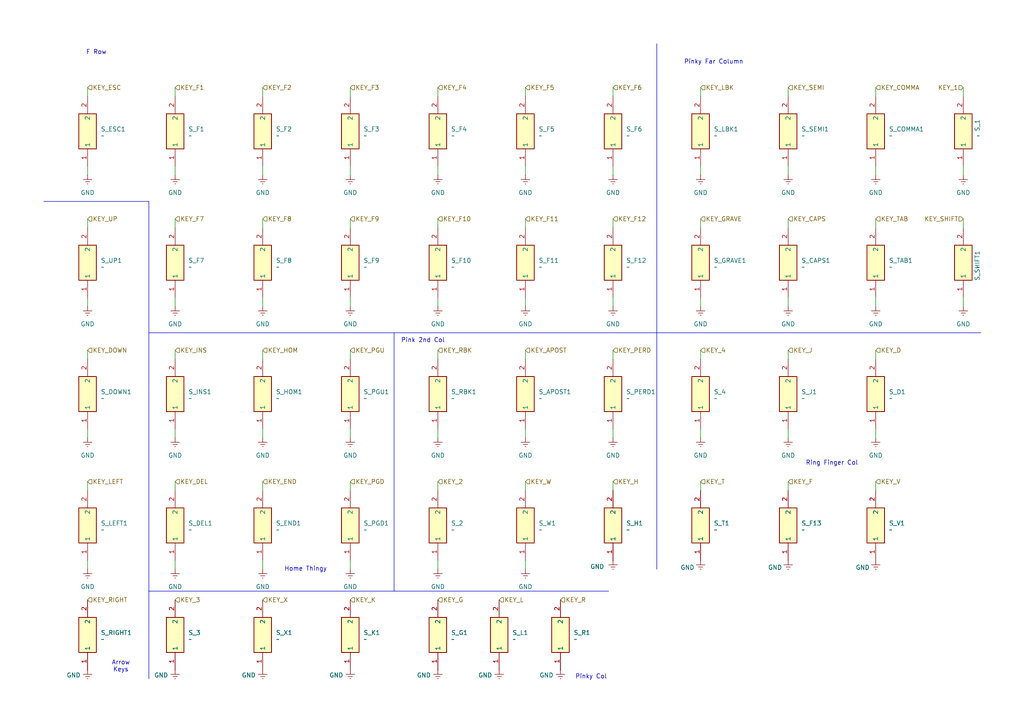
<source format=kicad_sch>
(kicad_sch (version 20231120) (generator "eeschema") (generator_version "8.0")
  (paper "A4")
  (title_block (title "PS-OHK Keyboard Controls") (date "2024-05-21") (rev "1") (company "Polymath-Studio"))
  (wire (pts (xy 228.6 63.5) (xy 228.6 66.04)))
  (wire (pts (xy 203.2 25.4) (xy 203.2 27.94)))
  (wire (pts (xy 50.8 48.26) (xy 50.8 50.8)))
  (wire (pts (xy 25.4 63.5) (xy 25.4 66.04)))
  (wire (pts (xy 254 124.46) (xy 254 127)))
  (wire (pts (xy 25.4 48.26) (xy 25.4 50.8)))
  (wire (pts (xy 254 86.36) (xy 254 88.9)))
  (polyline (pts (xy 190.5 12.7) (xy 190.5 96.52)))
  (wire (pts (xy 101.6 124.46) (xy 101.6 127)))
  (wire (pts (xy 177.8 139.7) (xy 177.8 142.24)))
  (wire (pts (xy 228.6 25.4) (xy 228.6 27.94)))
  (wire (pts (xy 50.8 124.46) (xy 50.8 127)))
  (polyline (pts (xy 43.18 96.52) (xy 190.5 96.52)))
  (wire (pts (xy 127 86.36) (xy 127 88.9)))
  (wire (pts (xy 50.8 101.6) (xy 50.8 104.14)))
  (wire (pts (xy 152.4 162.56) (xy 152.4 165.1)))
  (polyline (pts (xy 43.18 96.52) (xy 43.18 196.85)))
  (wire (pts (xy 25.4 139.7) (xy 25.4 142.24)))
  (wire (pts (xy 76.2 48.26) (xy 76.2 50.8)))
  (wire (pts (xy 279.4 48.26) (xy 279.4 50.8)))
  (wire (pts (xy 203.2 86.36) (xy 203.2 88.9)))
  (wire (pts (xy 228.6 124.46) (xy 228.6 127)))
  (wire (pts (xy 254 63.5) (xy 254 66.04)))
  (wire (pts (xy 50.8 63.5) (xy 50.8 66.04)))
  (wire (pts (xy 152.4 86.36) (xy 152.4 88.9)))
  (wire (pts (xy 203.2 124.46) (xy 203.2 127)))
  (wire (pts (xy 127 48.26) (xy 127 50.8)))
  (wire (pts (xy 254 101.6) (xy 254 104.14)))
  (wire (pts (xy 177.8 101.6) (xy 177.8 104.14)))
  (wire (pts (xy 152.4 63.5) (xy 152.4 66.04)))
  (polyline (pts (xy 43.18 58.42) (xy 43.18 96.52)))
  (wire (pts (xy 25.4 101.6) (xy 25.4 104.14)))
  (wire (pts (xy 101.6 139.7) (xy 101.6 142.24)))
  (wire (pts (xy 25.4 162.56) (xy 25.4 165.1)))
  (wire (pts (xy 254 48.26) (xy 254 50.8)))
  (wire (pts (xy 127 63.5) (xy 127 66.04)))
  (wire (pts (xy 101.6 162.56) (xy 101.6 165.1)))
  (wire (pts (xy 127 139.7) (xy 127 142.24)))
  (wire (pts (xy 50.8 139.7) (xy 50.8 142.24)))
  (wire (pts (xy 152.4 101.6) (xy 152.4 104.14)))
  (wire (pts (xy 177.8 48.26) (xy 177.8 50.8)))
  (wire (pts (xy 25.4 25.4) (xy 25.4 27.94)))
  (wire (pts (xy 50.8 162.56) (xy 50.8 165.1)))
  (wire (pts (xy 279.4 25.4) (xy 279.4 27.94)))
  (wire (pts (xy 254 139.7) (xy 254 142.24)))
  (wire (pts (xy 127 162.56) (xy 127 165.1)))
  (wire (pts (xy 101.6 101.6) (xy 101.6 104.14)))
  (wire (pts (xy 254 25.4) (xy 254 27.94)))
  (wire (pts (xy 76.2 25.4) (xy 76.2 27.94)))
  (wire (pts (xy 203.2 139.7) (xy 203.2 142.24)))
  (wire (pts (xy 76.2 139.7) (xy 76.2 142.24)))
  (wire (pts (xy 152.4 25.4) (xy 152.4 27.94)))
  (wire (pts (xy 101.6 86.36) (xy 101.6 88.9)))
  (wire (pts (xy 177.8 124.46) (xy 177.8 127)))
  (polyline (pts (xy 12.7 58.42) (xy 43.18 58.42)))
  (wire (pts (xy 50.8 25.4) (xy 50.8 27.94)))
  (wire (pts (xy 177.8 25.4) (xy 177.8 27.94)))
  (wire (pts (xy 203.2 63.5) (xy 203.2 66.04)))
  (wire (pts (xy 25.4 124.46) (xy 25.4 127)))
  (wire (pts (xy 279.4 63.5) (xy 279.4 66.04)))
  (wire (pts (xy 152.4 48.26) (xy 152.4 50.8)))
  (wire (pts (xy 228.6 139.7) (xy 228.6 142.24)))
  (wire (pts (xy 25.4 86.36) (xy 25.4 88.9)))
  (wire (pts (xy 101.6 63.5) (xy 101.6 66.04)))
  (wire (pts (xy 127 124.46) (xy 127 127)))
  (wire (pts (xy 203.2 101.6) (xy 203.2 104.14)))
  (wire (pts (xy 279.4 86.36) (xy 279.4 88.9)))
  (wire (pts (xy 101.6 25.4) (xy 101.6 27.94)))
  (wire (pts (xy 228.6 101.6) (xy 228.6 104.14)))
  (polyline (pts (xy 114.3 171.45) (xy 176.53 171.45)))
  (wire (pts (xy 76.2 162.56) (xy 76.2 165.1)))
  (wire (pts (xy 50.8 86.36) (xy 50.8 88.9)))
  (wire (pts (xy 228.6 86.36) (xy 228.6 88.9)))
  (wire (pts (xy 177.8 86.36) (xy 177.8 88.9)))
  (wire (pts (xy 76.2 101.6) (xy 76.2 104.14)))
  (wire (pts (xy 152.4 139.7) (xy 152.4 142.24)))
  (wire (pts (xy 76.2 86.36) (xy 76.2 88.9)))
  (polyline (pts (xy 114.3 171.45) (xy 114.3 96.52)))
  (wire (pts (xy 127 101.6) (xy 127 104.14)))
  (wire (pts (xy 152.4 124.46) (xy 152.4 127)))
  (wire (pts (xy 76.2 124.46) (xy 76.2 127)))
  (polyline (pts (xy 190.5 96.52) (xy 284.48 96.52)))
  (wire (pts (xy 76.2 63.5) (xy 76.2 66.04)))
  (wire (pts (xy 203.2 48.26) (xy 203.2 50.8)))
  (polyline (pts (xy 43.18 171.45) (xy 114.3 171.45)))
  (wire (pts (xy 101.6 48.26) (xy 101.6 50.8)))
  (wire (pts (xy 228.6 48.26) (xy 228.6 50.8)))
  (wire (pts (xy 177.8 63.5) (xy 177.8 66.04)))
  (wire (pts (xy 127 25.4) (xy 127 27.94)))
  (polyline (pts (xy 190.5 96.52) (xy 190.5 165.1)))
  (text "Pink 2nd Col" (at 122.682 98.806 0) (effects (font (size 1.27 1.27))))
  (text "Pinky Far Column" (at 207.01 18.034 0) (effects (font (size 1.27 1.27))))
  (text "Pinky Col" (at 171.45 196.342 0) (effects (font (size 1.27 1.27))))
  (text "Ring Finger Col" (at 241.3 134.366 0) (effects (font (size 1.27 1.27))))
  (text "Arrow\nKeys" (at 35.052 193.294 0) (effects (font (size 1.27 1.27))))
  (text "Home Thingy" (at 88.646 165.1 0) (effects (font (size 1.27 1.27))))
  (text "F Row" (at 27.94 15.24 0) (effects (font (size 1.27 1.27))))
  (hierarchical_label "KEY_F4" (shape input) (at 127 25.4 0))
  (hierarchical_label "KEY_D" (shape input) (at 254 101.6 0))
  (hierarchical_label "KEY_H" (shape input) (at 177.8 139.7 0))
  (hierarchical_label "KEY_LEFT" (shape input) (at 25.4 139.7 0))
  (hierarchical_label "KEY_W" (shape input) (at 152.4 139.7 0))
  (hierarchical_label "KEY_PERD" (shape input) (at 177.8 101.6 0))
  (hierarchical_label "KEY_DOWN" (shape input) (at 25.4 101.6 0))
  (hierarchical_label "KEY_G" (shape input) (at 127 173.99 0))
  (hierarchical_label "KEY_3" (shape input) (at 50.8 173.99 0))
  (hierarchical_label "KEY_F7" (shape input) (at 50.8 63.5 0))
  (hierarchical_label "KEY_K" (shape input) (at 101.6 173.99 0))
  (hierarchical_label "KEY_R" (shape input) (at 162.56 173.99 0))
  (hierarchical_label "KEY_HOM" (shape input) (at 76.2 101.6 0))
  (hierarchical_label "KEY_SEMI" (shape input) (at 228.6 25.4 0))
  (hierarchical_label "KEY_4" (shape input) (at 203.2 101.6 0))
  (hierarchical_label "KEY_F3" (shape input) (at 101.6 25.4 0))
  (hierarchical_label "KEY_ESC" (shape input) (at 25.4 25.4 0))
  (hierarchical_label "KEY_UP" (shape input) (at 25.4 63.5 0))
  (hierarchical_label "KEY_1" (shape input) (at 279.4 25.4 180))
  (hierarchical_label "KEY_COMMA" (shape input) (at 254 25.4 0))
  (hierarchical_label "KEY_F1" (shape input) (at 50.8 25.4 0))
  (hierarchical_label "KEY_APOST" (shape input) (at 152.4 101.6 0))
  (hierarchical_label "KEY_F11" (shape input) (at 152.4 63.5 0))
  (hierarchical_label "KEY_F6" (shape input) (at 177.8 25.4 0))
  (hierarchical_label "KEY_DEL" (shape input) (at 50.8 139.7 0))
  (hierarchical_label "KEY_L" (shape input) (at 144.78 173.99 0))
  (hierarchical_label "KEY_SHIFT" (shape input) (at 279.4 63.5 180))
  (hierarchical_label "KEY_F" (shape input) (at 228.6 139.7 0))
  (hierarchical_label "KEY_V" (shape input) (at 254 139.7 0))
  (hierarchical_label "KEY_T" (shape input) (at 203.2 139.7 0))
  (hierarchical_label "KEY_J" (shape input) (at 228.6 101.6 0))
  (hierarchical_label "KEY_F2" (shape input) (at 76.2 25.4 0))
  (hierarchical_label "KEY_PGU" (shape input) (at 101.6 101.6 0))
  (hierarchical_label "KEY_X" (shape input) (at 76.2 173.99 0))
  (hierarchical_label "KEY_2" (shape input) (at 127 139.7 0))
  (hierarchical_label "KEY_F8" (shape input) (at 76.2 63.5 0))
  (hierarchical_label "KEY_LBK" (shape input) (at 203.2 25.4 0))
  (hierarchical_label "KEY_PGD" (shape input) (at 101.6 139.7 0))
  (hierarchical_label "KEY_TAB" (shape input) (at 254 63.5 0))
  (hierarchical_label "KEY_END" (shape input) (at 76.2 139.7 0))
  (hierarchical_label "KEY_RBK" (shape input) (at 127 101.6 0))
  (hierarchical_label "KEY_RIGHT" (shape input) (at 25.4 173.99 0))
  (hierarchical_label "KEY_CAPS" (shape input) (at 228.6 63.5 0))
  (hierarchical_label "KEY_F5" (shape input) (at 152.4 25.4 0))
  (hierarchical_label "KEY_F9" (shape input) (at 101.6 63.5 0))
  (hierarchical_label "KEY_INS" (shape input) (at 50.8 101.6 0))
  (hierarchical_label "KEY_F12" (shape input) (at 177.8 63.5 0))
  (hierarchical_label "KEY_F10" (shape input) (at 127 63.5 0))
  (hierarchical_label "KEY_GRAVE" (shape input) (at 203.2 63.5 0))
  (symbol (lib_id "power:Earth") (at 127 165.1 0) (unit 1)
    (property "Reference" "#PWR067" (effects (hide yes)))
    (property "Value" "GND" (at 127 170.18 0))
    (property "Description" "Power symbol creates a global label with name \"Earth\"" (effects (hide yes)))
  )
  (symbol (lib_id "power:Earth") (at 101.6 127 0) (unit 1)
    (property "Reference" "#PWR054" (effects (hide yes)))
    (property "Value" "GND" (at 101.6 132.08 0))
    (property "Description" "Power symbol creates a global label with name \"Earth\"" (effects (hide yes)))
  )
  (symbol (lib_id "power:Earth") (at 177.8 162.56 0) (unit 1)
    (property "Reference" "#PWR071" (effects (hide yes)))
    (property "Value" "GND" (at 173.228 164.338 0))
    (property "Description" "Power symbol creates a global label with name \"Earth\"" (effects (hide yes)))
  )
  (symbol (lib_id "power:Earth") (at 127 50.8 0) (unit 1)
    (property "Reference" "#PWR039" (effects (hide yes)))
    (property "Value" "GND" (at 127 55.88 0))
    (property "Description" "Power symbol creates a global label with name \"Earth\"" (effects (hide yes)))
  )
  (symbol (lib_id "power:Earth") (at 177.8 50.8 0) (unit 1)
    (property "Reference" "#PWR041" (effects (hide yes)))
    (property "Value" "GND" (at 177.8 55.88 0))
    (property "Description" "Power symbol creates a global label with name \"Earth\"" (effects (hide yes)))
  )
  (symbol (lib_id "COM-13834:COM-13834") (at 127 104.14 270) (unit 1)
    (property "Reference" "S_RBK1" (at 130.81 113.6649 90) (effects (justify left)))
    (property "Value" "~" (at 130.81 115.57 90) (effects (justify left)))
    (property "Footprint" "COM-13834:COM13834" (effects (hide yes)))
    (property "Datasheet" "https://cdn.sparkfun.com/datasheets/Components/Switches/MX%20Series.pdf" (effects (hide yes)))
    (property "Description" "Pushbutton Switch SPST-NO Keyswitch Through Hole, Standard force, click tactile, PCB mount- MX1A-E1NW" (effects (hide yes)))
    (property "Height" "15.2" (effects (hide yes)))
    (property "Mouser Part Number" "474-COM-13834" (effects (hide yes)))
    (property "Mouser Price/Stock" "https://www.mouser.co.uk/ProductDetail/SparkFun/COM-13834?qs=WyAARYrbSnYlamGcWwdgnQ%3D%3D" (effects (hide yes)))
    (property "Manufacturer_Name" "SparkFun" (effects (hide yes)))
    (property "Manufacturer_Part_Number" "COM-13834" (effects (hide yes)))
  )
  (symbol (lib_id "power:Earth") (at 203.2 162.56 0) (unit 1)
    (property "Reference" "#PWR079" (effects (hide yes)))
    (property "Value" "GND" (at 199.39 164.592 0))
    (property "Description" "Power symbol creates a global label with name \"Earth\"" (effects (hide yes)))
  )
  (symbol (lib_id "COM-13834:COM-13834") (at 25.4 173.99 270) (unit 1)
    (property "Reference" "S_RIGHT1" (at 29.21 183.5149 90) (effects (justify left)))
    (property "Value" "~" (at 29.21 185.42 90) (effects (justify left)))
    (property "Footprint" "COM-13834:COM13834" (effects (hide yes)))
    (property "Datasheet" "https://cdn.sparkfun.com/datasheets/Components/Switches/MX%20Series.pdf" (effects (hide yes)))
    (property "Description" "Pushbutton Switch SPST-NO Keyswitch Through Hole, Standard force, click tactile, PCB mount- MX1A-E1NW" (effects (hide yes)))
    (property "Height" "15.2" (effects (hide yes)))
    (property "Mouser Part Number" "474-COM-13834" (effects (hide yes)))
    (property "Mouser Price/Stock" "https://www.mouser.co.uk/ProductDetail/SparkFun/COM-13834?qs=WyAARYrbSnYlamGcWwdgnQ%3D%3D" (effects (hide yes)))
    (property "Manufacturer_Name" "SparkFun" (effects (hide yes)))
    (property "Manufacturer_Part_Number" "COM-13834" (effects (hide yes)))
  )
  (symbol (lib_id "power:Earth") (at 101.6 88.9 0) (unit 1)
    (property "Reference" "#PWR044" (effects (hide yes)))
    (property "Value" "GND" (at 101.6 93.98 0))
    (property "Description" "Power symbol creates a global label with name \"Earth\"" (effects (hide yes)))
  )
  (symbol (lib_id "COM-13834:COM-13834") (at 177.8 104.14 270) (unit 1)
    (property "Reference" "S_PERD1" (at 181.61 113.6649 90) (effects (justify left)))
    (property "Value" "~" (at 181.61 115.57 90) (effects (justify left)))
    (property "Footprint" "COM-13834:COM13834" (effects (hide yes)))
    (property "Datasheet" "https://cdn.sparkfun.com/datasheets/Components/Switches/MX%20Series.pdf" (effects (hide yes)))
    (property "Description" "Pushbutton Switch SPST-NO Keyswitch Through Hole, Standard force, click tactile, PCB mount- MX1A-E1NW" (effects (hide yes)))
    (property "Height" "15.2" (effects (hide yes)))
    (property "Mouser Part Number" "474-COM-13834" (effects (hide yes)))
    (property "Mouser Price/Stock" "https://www.mouser.co.uk/ProductDetail/SparkFun/COM-13834?qs=WyAARYrbSnYlamGcWwdgnQ%3D%3D" (effects (hide yes)))
    (property "Manufacturer_Name" "SparkFun" (effects (hide yes)))
    (property "Manufacturer_Part_Number" "COM-13834" (effects (hide yes)))
  )
  (symbol (lib_id "power:Earth") (at 25.4 127 0) (unit 1)
    (property "Reference" "#PWR049" (effects (hide yes)))
    (property "Value" "GND" (at 25.4 132.08 0))
    (property "Description" "Power symbol creates a global label with name \"Earth\"" (effects (hide yes)))
  )
  (symbol (lib_id "power:Earth") (at 203.2 88.9 0) (unit 1)
    (property "Reference" "#PWR062" (effects (hide yes)))
    (property "Value" "GND" (at 203.2 93.98 0))
    (property "Description" "Power symbol creates a global label with name \"Earth\"" (effects (hide yes)))
  )
  (symbol (lib_id "power:Earth") (at 101.6 194.31 0) (unit 1)
    (property "Reference" "#PWR074" (effects (hide yes)))
    (property "Value" "GND" (at 97.536 195.834 0))
    (property "Description" "Power symbol creates a global label with name \"Earth\"" (effects (hide yes)))
  )
  (symbol (lib_id "power:Earth") (at 228.6 50.8 0) (unit 1)
    (property "Reference" "#PWR059" (effects (hide yes)))
    (property "Value" "GND" (at 228.6 55.88 0))
    (property "Description" "Power symbol creates a global label with name \"Earth\"" (effects (hide yes)))
  )
  (symbol (lib_id "COM-13834:COM-13834") (at 76.2 142.24 270) (unit 1)
    (property "Reference" "S_END1" (at 80.01 151.7649 90) (effects (justify left)))
    (property "Value" "~" (at 80.01 153.67 90) (effects (justify left)))
    (property "Footprint" "COM-13834:COM13834" (effects (hide yes)))
    (property "Datasheet" "https://cdn.sparkfun.com/datasheets/Components/Switches/MX%20Series.pdf" (effects (hide yes)))
    (property "Description" "Pushbutton Switch SPST-NO Keyswitch Through Hole, Standard force, click tactile, PCB mount- MX1A-E1NW" (effects (hide yes)))
    (property "Height" "15.2" (effects (hide yes)))
    (property "Mouser Part Number" "474-COM-13834" (effects (hide yes)))
    (property "Mouser Price/Stock" "https://www.mouser.co.uk/ProductDetail/SparkFun/COM-13834?qs=WyAARYrbSnYlamGcWwdgnQ%3D%3D" (effects (hide yes)))
    (property "Manufacturer_Name" "SparkFun" (effects (hide yes)))
    (property "Manufacturer_Part_Number" "COM-13834" (effects (hide yes)))
  )
  (symbol (lib_id "power:Earth") (at 203.2 127 0) (unit 1)
    (property "Reference" "#PWR078" (effects (hide yes)))
    (property "Value" "GND" (at 203.2 132.08 0))
    (property "Description" "Power symbol creates a global label with name \"Earth\"" (effects (hide yes)))
  )
  (symbol (lib_id "COM-13834:COM-13834") (at 50.8 66.04 270) (unit 1)
    (property "Reference" "S_F7" (at 54.61 75.5649 90) (effects (justify left)))
    (property "Value" "~" (at 54.61 77.47 90) (effects (justify left)))
    (property "Footprint" "COM-13834:COM13834" (effects (hide yes)))
    (property "Datasheet" "https://cdn.sparkfun.com/datasheets/Components/Switches/MX%20Series.pdf" (effects (hide yes)))
    (property "Description" "Pushbutton Switch SPST-NO Keyswitch Through Hole, Standard force, click tactile, PCB mount- MX1A-E1NW" (effects (hide yes)))
    (property "Height" "15.2" (effects (hide yes)))
    (property "Mouser Part Number" "474-COM-13834" (effects (hide yes)))
    (property "Mouser Price/Stock" "https://www.mouser.co.uk/ProductDetail/SparkFun/COM-13834?qs=WyAARYrbSnYlamGcWwdgnQ%3D%3D" (effects (hide yes)))
    (property "Manufacturer_Name" "SparkFun" (effects (hide yes)))
    (property "Manufacturer_Part_Number" "COM-13834" (effects (hide yes)))
  )
  (symbol (lib_id "power:Earth") (at 254 162.56 0) (unit 1)
    (property "Reference" "#PWR085" (effects (hide yes)))
    (property "Value" "GND" (at 250.19 164.592 0))
    (property "Description" "Power symbol creates a global label with name \"Earth\"" (effects (hide yes)))
  )
  (symbol (lib_id "COM-13834:COM-13834") (at 50.8 142.24 270) (unit 1)
    (property "Reference" "S_DEL1" (at 54.61 151.7649 90) (effects (justify left)))
    (property "Value" "~" (at 54.61 153.67 90) (effects (justify left)))
    (property "Footprint" "COM-13834:COM13834" (effects (hide yes)))
    (property "Datasheet" "https://cdn.sparkfun.com/datasheets/Components/Switches/MX%20Series.pdf" (effects (hide yes)))
    (property "Description" "Pushbutton Switch SPST-NO Keyswitch Through Hole, Standard force, click tactile, PCB mount- MX1A-E1NW" (effects (hide yes)))
    (property "Height" "15.2" (effects (hide yes)))
    (property "Mouser Part Number" "474-COM-13834" (effects (hide yes)))
    (property "Mouser Price/Stock" "https://www.mouser.co.uk/ProductDetail/SparkFun/COM-13834?qs=WyAARYrbSnYlamGcWwdgnQ%3D%3D" (effects (hide yes)))
    (property "Manufacturer_Name" "SparkFun" (effects (hide yes)))
    (property "Manufacturer_Part_Number" "COM-13834" (effects (hide yes)))
  )
  (symbol (lib_id "COM-13834:COM-13834") (at 127 173.99 270) (unit 1)
    (property "Reference" "S_G1" (at 130.81 183.5149 90) (effects (justify left)))
    (property "Value" "~" (at 130.81 185.42 90) (effects (justify left)))
    (property "Footprint" "COM-13834:COM13834" (effects (hide yes)))
    (property "Datasheet" "https://cdn.sparkfun.com/datasheets/Components/Switches/MX%20Series.pdf" (effects (hide yes)))
    (property "Description" "Pushbutton Switch SPST-NO Keyswitch Through Hole, Standard force, click tactile, PCB mount- MX1A-E1NW" (effects (hide yes)))
    (property "Height" "15.2" (effects (hide yes)))
    (property "Mouser Part Number" "474-COM-13834" (effects (hide yes)))
    (property "Mouser Price/Stock" "https://www.mouser.co.uk/ProductDetail/SparkFun/COM-13834?qs=WyAARYrbSnYlamGcWwdgnQ%3D%3D" (effects (hide yes)))
    (property "Manufacturer_Name" "SparkFun" (effects (hide yes)))
    (property "Manufacturer_Part_Number" "COM-13834" (effects (hide yes)))
  )
  (symbol (lib_id "power:Earth") (at 254 50.8 0) (unit 1)
    (property "Reference" "#PWR060" (effects (hide yes)))
    (property "Value" "GND" (at 254 55.88 0))
    (property "Description" "Power symbol creates a global label with name \"Earth\"" (effects (hide yes)))
  )
  (symbol (lib_id "COM-13834:COM-13834") (at 127 27.94 270) (unit 1)
    (property "Reference" "S_F4" (at 130.81 37.4649 90) (effects (justify left)))
    (property "Value" "~" (at 130.81 39.37 90) (effects (justify left)))
    (property "Footprint" "COM-13834:COM13834" (effects (hide yes)))
    (property "Datasheet" "https://cdn.sparkfun.com/datasheets/Components/Switches/MX%20Series.pdf" (effects (hide yes)))
    (property "Description" "Pushbutton Switch SPST-NO Keyswitch Through Hole, Standard force, click tactile, PCB mount- MX1A-E1NW" (effects (hide yes)))
    (property "Height" "15.2" (effects (hide yes)))
    (property "Mouser Part Number" "474-COM-13834" (effects (hide yes)))
    (property "Mouser Price/Stock" "https://www.mouser.co.uk/ProductDetail/SparkFun/COM-13834?qs=WyAARYrbSnYlamGcWwdgnQ%3D%3D" (effects (hide yes)))
    (property "Manufacturer_Name" "SparkFun" (effects (hide yes)))
    (property "Manufacturer_Part_Number" "COM-13834" (effects (hide yes)))
  )
  (symbol (lib_id "power:Earth") (at 279.4 50.8 0) (unit 1)
    (property "Reference" "#PWR061" (effects (hide yes)))
    (property "Value" "GND" (at 279.4 55.88 0))
    (property "Description" "Power symbol creates a global label with name \"Earth\"" (effects (hide yes)))
  )
  (symbol (lib_id "COM-13834:COM-13834") (at 25.4 142.24 270) (unit 1)
    (property "Reference" "S_LEFT1" (at 29.21 151.7649 90) (effects (justify left)))
    (property "Value" "~" (at 29.21 153.67 90) (effects (justify left)))
    (property "Footprint" "COM-13834:COM13834" (effects (hide yes)))
    (property "Datasheet" "https://cdn.sparkfun.com/datasheets/Components/Switches/MX%20Series.pdf" (effects (hide yes)))
    (property "Description" "Pushbutton Switch SPST-NO Keyswitch Through Hole, Standard force, click tactile, PCB mount- MX1A-E1NW" (effects (hide yes)))
    (property "Height" "15.2" (effects (hide yes)))
    (property "Mouser Part Number" "474-COM-13834" (effects (hide yes)))
    (property "Mouser Price/Stock" "https://www.mouser.co.uk/ProductDetail/SparkFun/COM-13834?qs=WyAARYrbSnYlamGcWwdgnQ%3D%3D" (effects (hide yes)))
    (property "Manufacturer_Name" "SparkFun" (effects (hide yes)))
    (property "Manufacturer_Part_Number" "COM-13834" (effects (hide yes)))
  )
  (symbol (lib_id "power:Earth") (at 177.8 127 0) (unit 1)
    (property "Reference" "#PWR070" (effects (hide yes)))
    (property "Value" "GND" (at 177.8 132.08 0))
    (property "Description" "Power symbol creates a global label with name \"Earth\"" (effects (hide yes)))
  )
  (symbol (lib_id "power:Earth") (at 76.2 88.9 0) (unit 1)
    (property "Reference" "#PWR043" (effects (hide yes)))
    (property "Value" "GND" (at 76.2 93.98 0))
    (property "Description" "Power symbol creates a global label with name \"Earth\"" (effects (hide yes)))
  )
  (symbol (lib_id "COM-13834:COM-13834") (at 203.2 142.24 270) (unit 1)
    (property "Reference" "S_T1" (at 207.01 151.7649 90) (effects (justify left)))
    (property "Value" "~" (at 207.01 153.67 90) (effects (justify left)))
    (property "Footprint" "COM-13834:COM13834" (effects (hide yes)))
    (property "Datasheet" "https://cdn.sparkfun.com/datasheets/Components/Switches/MX%20Series.pdf" (effects (hide yes)))
    (property "Description" "Pushbutton Switch SPST-NO Keyswitch Through Hole, Standard force, click tactile, PCB mount- MX1A-E1NW" (effects (hide yes)))
    (property "Height" "15.2" (effects (hide yes)))
    (property "Mouser Part Number" "474-COM-13834" (effects (hide yes)))
    (property "Mouser Price/Stock" "https://www.mouser.co.uk/ProductDetail/SparkFun/COM-13834?qs=WyAARYrbSnYlamGcWwdgnQ%3D%3D" (effects (hide yes)))
    (property "Manufacturer_Name" "SparkFun" (effects (hide yes)))
    (property "Manufacturer_Part_Number" "COM-13834" (effects (hide yes)))
  )
  (symbol (lib_id "power:Earth") (at 25.4 194.31 0) (unit 1)
    (property "Reference" "#PWR051" (effects (hide yes)))
    (property "Value" "GND" (at 21.336 195.834 0))
    (property "Description" "Power symbol creates a global label with name \"Earth\"" (effects (hide yes)))
  )
  (symbol (lib_id "power:Earth") (at 25.4 50.8 0) (unit 1)
    (property "Reference" "#PWR023" (effects (hide yes)))
    (property "Value" "GND" (at 25.4 55.88 0))
    (property "Description" "Power symbol creates a global label with name \"Earth\"" (effects (hide yes)))
  )
  (symbol (lib_id "COM-13834:COM-13834") (at 76.2 104.14 270) (unit 1)
    (property "Reference" "S_HOM1" (at 80.01 113.6649 90) (effects (justify left)))
    (property "Value" "~" (at 80.01 115.57 90) (effects (justify left)))
    (property "Footprint" "COM-13834:COM13834" (effects (hide yes)))
    (property "Datasheet" "https://cdn.sparkfun.com/datasheets/Components/Switches/MX%20Series.pdf" (effects (hide yes)))
    (property "Description" "Pushbutton Switch SPST-NO Keyswitch Through Hole, Standard force, click tactile, PCB mount- MX1A-E1NW" (effects (hide yes)))
    (property "Height" "15.2" (effects (hide yes)))
    (property "Mouser Part Number" "474-COM-13834" (effects (hide yes)))
    (property "Mouser Price/Stock" "https://www.mouser.co.uk/ProductDetail/SparkFun/COM-13834?qs=WyAARYrbSnYlamGcWwdgnQ%3D%3D" (effects (hide yes)))
    (property "Manufacturer_Name" "SparkFun" (effects (hide yes)))
    (property "Manufacturer_Part_Number" "COM-13834" (effects (hide yes)))
  )
  (symbol (lib_id "power:Earth") (at 144.78 194.31 0) (unit 1)
    (property "Reference" "#PWR076" (effects (hide yes)))
    (property "Value" "GND" (at 140.716 195.834 0))
    (property "Description" "Power symbol creates a global label with name \"Earth\"" (effects (hide yes)))
  )
  (symbol (lib_id "COM-13834:COM-13834") (at 279.4 66.04 270) (unit 1)
    (property "Reference" "S_SHIFT1" (at 283.464 72.644 0) (effects (justify left)))
    (property "Value" "~" (at 283.21 77.47 90) (effects (justify left)))
    (property "Footprint" "COM-13834:COM13834" (effects (hide yes)))
    (property "Datasheet" "https://cdn.sparkfun.com/datasheets/Components/Switches/MX%20Series.pdf" (effects (hide yes)))
    (property "Description" "Pushbutton Switch SPST-NO Keyswitch Through Hole, Standard force, click tactile, PCB mount- MX1A-E1NW" (effects (hide yes)))
    (property "Height" "15.2" (effects (hide yes)))
    (property "Mouser Part Number" "474-COM-13834" (effects (hide yes)))
    (property "Mouser Price/Stock" "https://www.mouser.co.uk/ProductDetail/SparkFun/COM-13834?qs=WyAARYrbSnYlamGcWwdgnQ%3D%3D" (effects (hide yes)))
    (property "Manufacturer_Name" "SparkFun" (effects (hide yes)))
    (property "Manufacturer_Part_Number" "COM-13834" (effects (hide yes)))
  )
  (symbol (lib_id "power:Earth") (at 228.6 162.56 0) (unit 1)
    (property "Reference" "#PWR084" (effects (hide yes)))
    (property "Value" "GND" (at 224.79 164.592 0))
    (property "Description" "Power symbol creates a global label with name \"Earth\"" (effects (hide yes)))
  )
  (symbol (lib_id "COM-13834:COM-13834") (at 127 142.24 270) (unit 1)
    (property "Reference" "S_2" (at 130.81 151.7649 90) (effects (justify left)))
    (property "Value" "~" (at 130.81 153.67 90) (effects (justify left)))
    (property "Footprint" "COM-13834:COM13834" (effects (hide yes)))
    (property "Datasheet" "https://cdn.sparkfun.com/datasheets/Components/Switches/MX%20Series.pdf" (effects (hide yes)))
    (property "Description" "Pushbutton Switch SPST-NO Keyswitch Through Hole, Standard force, click tactile, PCB mount- MX1A-E1NW" (effects (hide yes)))
    (property "Height" "15.2" (effects (hide yes)))
    (property "Mouser Part Number" "474-COM-13834" (effects (hide yes)))
    (property "Mouser Price/Stock" "https://www.mouser.co.uk/ProductDetail/SparkFun/COM-13834?qs=WyAARYrbSnYlamGcWwdgnQ%3D%3D" (effects (hide yes)))
    (property "Manufacturer_Name" "SparkFun" (effects (hide yes)))
    (property "Manufacturer_Part_Number" "COM-13834" (effects (hide yes)))
  )
  (symbol (lib_id "COM-13834:COM-13834") (at 254 142.24 270) (unit 1)
    (property "Reference" "S_V1" (at 257.81 151.7649 90) (effects (justify left)))
    (property "Value" "~" (at 257.81 153.67 90) (effects (justify left)))
    (property "Footprint" "COM-13834:COM13834" (effects (hide yes)))
    (property "Datasheet" "https://cdn.sparkfun.com/datasheets/Components/Switches/MX%20Series.pdf" (effects (hide yes)))
    (property "Description" "Pushbutton Switch SPST-NO Keyswitch Through Hole, Standard force, click tactile, PCB mount- MX1A-E1NW" (effects (hide yes)))
    (property "Height" "15.2" (effects (hide yes)))
    (property "Mouser Part Number" "474-COM-13834" (effects (hide yes)))
    (property "Mouser Price/Stock" "https://www.mouser.co.uk/ProductDetail/SparkFun/COM-13834?qs=WyAARYrbSnYlamGcWwdgnQ%3D%3D" (effects (hide yes)))
    (property "Manufacturer_Name" "SparkFun" (effects (hide yes)))
    (property "Manufacturer_Part_Number" "COM-13834" (effects (hide yes)))
  )
  (symbol (lib_id "power:Earth") (at 76.2 194.31 0) (unit 1)
    (property "Reference" "#PWR073" (effects (hide yes)))
    (property "Value" "GND" (at 72.136 195.834 0))
    (property "Description" "Power symbol creates a global label with name \"Earth\"" (effects (hide yes)))
  )
  (symbol (lib_id "COM-13834:COM-13834") (at 228.6 142.24 270) (unit 1)
    (property "Reference" "S_F13" (at 232.41 151.7649 90) (effects (justify left)))
    (property "Value" "~" (at 232.41 153.67 90) (effects (justify left)))
    (property "Footprint" "COM-13834:COM13834" (effects (hide yes)))
    (property "Datasheet" "https://cdn.sparkfun.com/datasheets/Components/Switches/MX%20Series.pdf" (effects (hide yes)))
    (property "Description" "Pushbutton Switch SPST-NO Keyswitch Through Hole, Standard force, click tactile, PCB mount- MX1A-E1NW" (effects (hide yes)))
    (property "Height" "15.2" (effects (hide yes)))
    (property "Mouser Part Number" "474-COM-13834" (effects (hide yes)))
    (property "Mouser Price/Stock" "https://www.mouser.co.uk/ProductDetail/SparkFun/COM-13834?qs=WyAARYrbSnYlamGcWwdgnQ%3D%3D" (effects (hide yes)))
    (property "Manufacturer_Name" "SparkFun" (effects (hide yes)))
    (property "Manufacturer_Part_Number" "COM-13834" (effects (hide yes)))
  )
  (symbol (lib_id "power:Earth") (at 50.8 165.1 0) (unit 1)
    (property "Reference" "#PWR055" (effects (hide yes)))
    (property "Value" "GND" (at 50.8 170.18 0))
    (property "Description" "Power symbol creates a global label with name \"Earth\"" (effects (hide yes)))
  )
  (symbol (lib_id "power:Earth") (at 279.4 88.9 0) (unit 1)
    (property "Reference" "#PWR065" (effects (hide yes)))
    (property "Value" "GND" (at 279.4 93.98 0))
    (property "Description" "Power symbol creates a global label with name \"Earth\"" (effects (hide yes)))
  )
  (symbol (lib_id "power:Earth") (at 50.8 127 0) (unit 1)
    (property "Reference" "#PWR052" (effects (hide yes)))
    (property "Value" "GND" (at 50.8 132.08 0))
    (property "Description" "Power symbol creates a global label with name \"Earth\"" (effects (hide yes)))
  )
  (symbol (lib_id "COM-13834:COM-13834") (at 101.6 142.24 270) (unit 1)
    (property "Reference" "S_PGD1" (at 105.41 151.7649 90) (effects (justify left)))
    (property "Value" "~" (at 105.41 153.67 90) (effects (justify left)))
    (property "Footprint" "COM-13834:COM13834" (effects (hide yes)))
    (property "Datasheet" "https://cdn.sparkfun.com/datasheets/Components/Switches/MX%20Series.pdf" (effects (hide yes)))
    (property "Description" "Pushbutton Switch SPST-NO Keyswitch Through Hole, Standard force, click tactile, PCB mount- MX1A-E1NW" (effects (hide yes)))
    (property "Height" "15.2" (effects (hide yes)))
    (property "Mouser Part Number" "474-COM-13834" (effects (hide yes)))
    (property "Mouser Price/Stock" "https://www.mouser.co.uk/ProductDetail/SparkFun/COM-13834?qs=WyAARYrbSnYlamGcWwdgnQ%3D%3D" (effects (hide yes)))
    (property "Manufacturer_Name" "SparkFun" (effects (hide yes)))
    (property "Manufacturer_Part_Number" "COM-13834" (effects (hide yes)))
  )
  (symbol (lib_id "COM-13834:COM-13834") (at 25.4 66.04 270) (unit 1)
    (property "Reference" "S_UP1" (at 29.21 75.5649 90) (effects (justify left)))
    (property "Value" "~" (at 29.21 77.47 90) (effects (justify left)))
    (property "Footprint" "COM-13834:COM13834" (effects (hide yes)))
    (property "Datasheet" "https://cdn.sparkfun.com/datasheets/Components/Switches/MX%20Series.pdf" (effects (hide yes)))
    (property "Description" "Pushbutton Switch SPST-NO Keyswitch Through Hole, Standard force, click tactile, PCB mount- MX1A-E1NW" (effects (hide yes)))
    (property "Height" "15.2" (effects (hide yes)))
    (property "Mouser Part Number" "474-COM-13834" (effects (hide yes)))
    (property "Mouser Price/Stock" "https://www.mouser.co.uk/ProductDetail/SparkFun/COM-13834?qs=WyAARYrbSnYlamGcWwdgnQ%3D%3D" (effects (hide yes)))
    (property "Manufacturer_Name" "SparkFun" (effects (hide yes)))
    (property "Manufacturer_Part_Number" "COM-13834" (effects (hide yes)))
  )
  (symbol (lib_id "COM-13834:COM-13834") (at 162.56 173.99 270) (unit 1)
    (property "Reference" "S_R1" (at 166.37 183.5149 90) (effects (justify left)))
    (property "Value" "~" (at 166.37 185.42 90) (effects (justify left)))
    (property "Footprint" "COM-13834:COM13834" (effects (hide yes)))
    (property "Datasheet" "https://cdn.sparkfun.com/datasheets/Components/Switches/MX%20Series.pdf" (effects (hide yes)))
    (property "Description" "Pushbutton Switch SPST-NO Keyswitch Through Hole, Standard force, click tactile, PCB mount- MX1A-E1NW" (effects (hide yes)))
    (property "Height" "15.2" (effects (hide yes)))
    (property "Mouser Part Number" "474-COM-13834" (effects (hide yes)))
    (property "Mouser Price/Stock" "https://www.mouser.co.uk/ProductDetail/SparkFun/COM-13834?qs=WyAARYrbSnYlamGcWwdgnQ%3D%3D" (effects (hide yes)))
    (property "Manufacturer_Name" "SparkFun" (effects (hide yes)))
    (property "Manufacturer_Part_Number" "COM-13834" (effects (hide yes)))
  )
  (symbol (lib_id "COM-13834:COM-13834") (at 76.2 27.94 270) (unit 1)
    (property "Reference" "S_F2" (at 80.01 37.4649 90) (effects (justify left)))
    (property "Value" "~" (at 80.01 39.37 90) (effects (justify left)))
    (property "Footprint" "COM-13834:COM13834" (effects (hide yes)))
    (property "Datasheet" "https://cdn.sparkfun.com/datasheets/Components/Switches/MX%20Series.pdf" (effects (hide yes)))
    (property "Description" "Pushbutton Switch SPST-NO Keyswitch Through Hole, Standard force, click tactile, PCB mount- MX1A-E1NW" (effects (hide yes)))
    (property "Height" "15.2" (effects (hide yes)))
    (property "Mouser Part Number" "474-COM-13834" (effects (hide yes)))
    (property "Mouser Price/Stock" "https://www.mouser.co.uk/ProductDetail/SparkFun/COM-13834?qs=WyAARYrbSnYlamGcWwdgnQ%3D%3D" (effects (hide yes)))
    (property "Manufacturer_Name" "SparkFun" (effects (hide yes)))
    (property "Manufacturer_Part_Number" "COM-13834" (effects (hide yes)))
  )
  (symbol (lib_id "COM-13834:COM-13834") (at 25.4 104.14 270) (unit 1)
    (property "Reference" "S_DOWN1" (at 29.21 113.6649 90) (effects (justify left)))
    (property "Value" "~" (at 29.21 115.57 90) (effects (justify left)))
    (property "Footprint" "COM-13834:COM13834" (effects (hide yes)))
    (property "Datasheet" "https://cdn.sparkfun.com/datasheets/Components/Switches/MX%20Series.pdf" (effects (hide yes)))
    (property "Description" "Pushbutton Switch SPST-NO Keyswitch Through Hole, Standard force, click tactile, PCB mount- MX1A-E1NW" (effects (hide yes)))
    (property "Height" "15.2" (effects (hide yes)))
    (property "Mouser Part Number" "474-COM-13834" (effects (hide yes)))
    (property "Mouser Price/Stock" "https://www.mouser.co.uk/ProductDetail/SparkFun/COM-13834?qs=WyAARYrbSnYlamGcWwdgnQ%3D%3D" (effects (hide yes)))
    (property "Manufacturer_Name" "SparkFun" (effects (hide yes)))
    (property "Manufacturer_Part_Number" "COM-13834" (effects (hide yes)))
  )
  (symbol (lib_id "COM-13834:COM-13834") (at 203.2 104.14 270) (unit 1)
    (property "Reference" "S_4" (at 207.01 113.6649 90) (effects (justify left)))
    (property "Value" "~" (at 207.01 115.57 90) (effects (justify left)))
    (property "Footprint" "COM-13834:COM13834" (effects (hide yes)))
    (property "Datasheet" "https://cdn.sparkfun.com/datasheets/Components/Switches/MX%20Series.pdf" (effects (hide yes)))
    (property "Description" "Pushbutton Switch SPST-NO Keyswitch Through Hole, Standard force, click tactile, PCB mount- MX1A-E1NW" (effects (hide yes)))
    (property "Height" "15.2" (effects (hide yes)))
    (property "Mouser Part Number" "474-COM-13834" (effects (hide yes)))
    (property "Mouser Price/Stock" "https://www.mouser.co.uk/ProductDetail/SparkFun/COM-13834?qs=WyAARYrbSnYlamGcWwdgnQ%3D%3D" (effects (hide yes)))
    (property "Manufacturer_Name" "SparkFun" (effects (hide yes)))
    (property "Manufacturer_Part_Number" "COM-13834" (effects (hide yes)))
  )
  (symbol (lib_id "COM-13834:COM-13834") (at 25.4 27.94 270) (unit 1)
    (property "Reference" "S_ESC1" (at 29.21 37.4649 90) (effects (justify left)))
    (property "Value" "~" (at 29.21 39.37 90) (effects (justify left)))
    (property "Footprint" "COM-13834:COM13834" (effects (hide yes)))
    (property "Datasheet" "https://cdn.sparkfun.com/datasheets/Components/Switches/MX%20Series.pdf" (effects (hide yes)))
    (property "Description" "Pushbutton Switch SPST-NO Keyswitch Through Hole, Standard force, click tactile, PCB mount- MX1A-E1NW" (effects (hide yes)))
    (property "Height" "15.2" (effects (hide yes)))
    (property "Mouser Part Number" "474-COM-13834" (effects (hide yes)))
    (property "Mouser Price/Stock" "https://www.mouser.co.uk/ProductDetail/SparkFun/COM-13834?qs=WyAARYrbSnYlamGcWwdgnQ%3D%3D" (effects (hide yes)))
    (property "Manufacturer_Name" "SparkFun" (effects (hide yes)))
    (property "Manufacturer_Part_Number" "COM-13834" (effects (hide yes)))
  )
  (symbol (lib_id "COM-13834:COM-13834") (at 254 66.04 270) (unit 1)
    (property "Reference" "S_TAB1" (at 257.81 75.5649 90) (effects (justify left)))
    (property "Value" "~" (at 257.81 77.47 90) (effects (justify left)))
    (property "Footprint" "COM-13834:COM13834" (effects (hide yes)))
    (property "Datasheet" "https://cdn.sparkfun.com/datasheets/Components/Switches/MX%20Series.pdf" (effects (hide yes)))
    (property "Description" "Pushbutton Switch SPST-NO Keyswitch Through Hole, Standard force, click tactile, PCB mount- MX1A-E1NW" (effects (hide yes)))
    (property "Height" "15.2" (effects (hide yes)))
    (property "Mouser Part Number" "474-COM-13834" (effects (hide yes)))
    (property "Mouser Price/Stock" "https://www.mouser.co.uk/ProductDetail/SparkFun/COM-13834?qs=WyAARYrbSnYlamGcWwdgnQ%3D%3D" (effects (hide yes)))
    (property "Manufacturer_Name" "SparkFun" (effects (hide yes)))
    (property "Manufacturer_Part_Number" "COM-13834" (effects (hide yes)))
  )
  (symbol (lib_id "COM-13834:COM-13834") (at 152.4 142.24 270) (unit 1)
    (property "Reference" "S_W1" (at 156.21 151.7649 90) (effects (justify left)))
    (property "Value" "~" (at 156.21 153.67 90) (effects (justify left)))
    (property "Footprint" "COM-13834:COM13834" (effects (hide yes)))
    (property "Datasheet" "https://cdn.sparkfun.com/datasheets/Components/Switches/MX%20Series.pdf" (effects (hide yes)))
    (property "Description" "Pushbutton Switch SPST-NO Keyswitch Through Hole, Standard force, click tactile, PCB mount- MX1A-E1NW" (effects (hide yes)))
    (property "Height" "15.2" (effects (hide yes)))
    (property "Mouser Part Number" "474-COM-13834" (effects (hide yes)))
    (property "Mouser Price/Stock" "https://www.mouser.co.uk/ProductDetail/SparkFun/COM-13834?qs=WyAARYrbSnYlamGcWwdgnQ%3D%3D" (effects (hide yes)))
    (property "Manufacturer_Name" "SparkFun" (effects (hide yes)))
    (property "Manufacturer_Part_Number" "COM-13834" (effects (hide yes)))
  )
  (symbol (lib_id "COM-13834:COM-13834") (at 101.6 173.99 270) (unit 1)
    (property "Reference" "S_K1" (at 105.41 183.5149 90) (effects (justify left)))
    (property "Value" "~" (at 105.41 185.42 90) (effects (justify left)))
    (property "Footprint" "COM-13834:COM13834" (effects (hide yes)))
    (property "Datasheet" "https://cdn.sparkfun.com/datasheets/Components/Switches/MX%20Series.pdf" (effects (hide yes)))
    (property "Description" "Pushbutton Switch SPST-NO Keyswitch Through Hole, Standard force, click tactile, PCB mount- MX1A-E1NW" (effects (hide yes)))
    (property "Height" "15.2" (effects (hide yes)))
    (property "Mouser Part Number" "474-COM-13834" (effects (hide yes)))
    (property "Mouser Price/Stock" "https://www.mouser.co.uk/ProductDetail/SparkFun/COM-13834?qs=WyAARYrbSnYlamGcWwdgnQ%3D%3D" (effects (hide yes)))
    (property "Manufacturer_Name" "SparkFun" (effects (hide yes)))
    (property "Manufacturer_Part_Number" "COM-13834" (effects (hide yes)))
  )
  (symbol (lib_id "COM-13834:COM-13834") (at 76.2 173.99 270) (unit 1)
    (property "Reference" "S_X1" (at 80.01 183.5149 90) (effects (justify left)))
    (property "Value" "~" (at 80.01 185.42 90) (effects (justify left)))
    (property "Footprint" "COM-13834:COM13834" (effects (hide yes)))
    (property "Datasheet" "https://cdn.sparkfun.com/datasheets/Components/Switches/MX%20Series.pdf" (effects (hide yes)))
    (property "Description" "Pushbutton Switch SPST-NO Keyswitch Through Hole, Standard force, click tactile, PCB mount- MX1A-E1NW" (effects (hide yes)))
    (property "Height" "15.2" (effects (hide yes)))
    (property "Mouser Part Number" "474-COM-13834" (effects (hide yes)))
    (property "Mouser Price/Stock" "https://www.mouser.co.uk/ProductDetail/SparkFun/COM-13834?qs=WyAARYrbSnYlamGcWwdgnQ%3D%3D" (effects (hide yes)))
    (property "Manufacturer_Name" "SparkFun" (effects (hide yes)))
    (property "Manufacturer_Part_Number" "COM-13834" (effects (hide yes)))
  )
  (symbol (lib_id "power:Earth") (at 25.4 88.9 0) (unit 1)
    (property "Reference" "#PWR048" (effects (hide yes)))
    (property "Value" "GND" (at 25.4 93.98 0))
    (property "Description" "Power symbol creates a global label with name \"Earth\"" (effects (hide yes)))
  )
  (symbol (lib_id "COM-13834:COM-13834") (at 203.2 66.04 270) (unit 1)
    (property "Reference" "S_GRAVE1" (at 207.01 75.5649 90) (effects (justify left)))
    (property "Value" "~" (at 207.01 77.47 90) (effects (justify left)))
    (property "Footprint" "COM-13834:COM13834" (effects (hide yes)))
    (property "Datasheet" "https://cdn.sparkfun.com/datasheets/Components/Switches/MX%20Series.pdf" (effects (hide yes)))
    (property "Description" "Pushbutton Switch SPST-NO Keyswitch Through Hole, Standard force, click tactile, PCB mount- MX1A-E1NW" (effects (hide yes)))
    (property "Height" "15.2" (effects (hide yes)))
    (property "Mouser Part Number" "474-COM-13834" (effects (hide yes)))
    (property "Mouser Price/Stock" "https://www.mouser.co.uk/ProductDetail/SparkFun/COM-13834?qs=WyAARYrbSnYlamGcWwdgnQ%3D%3D" (effects (hide yes)))
    (property "Manufacturer_Name" "SparkFun" (effects (hide yes)))
    (property "Manufacturer_Part_Number" "COM-13834" (effects (hide yes)))
  )
  (symbol (lib_id "power:Earth") (at 76.2 165.1 0) (unit 1)
    (property "Reference" "#PWR056" (effects (hide yes)))
    (property "Value" "GND" (at 76.2 170.18 0))
    (property "Description" "Power symbol creates a global label with name \"Earth\"" (effects (hide yes)))
  )
  (symbol (lib_id "power:Earth") (at 152.4 50.8 0) (unit 1)
    (property "Reference" "#PWR040" (effects (hide yes)))
    (property "Value" "GND" (at 152.4 55.88 0))
    (property "Description" "Power symbol creates a global label with name \"Earth\"" (effects (hide yes)))
  )
  (symbol (lib_id "power:Earth") (at 177.8 88.9 0) (unit 1)
    (property "Reference" "#PWR047" (effects (hide yes)))
    (property "Value" "GND" (at 177.8 93.98 0))
    (property "Description" "Power symbol creates a global label with name \"Earth\"" (effects (hide yes)))
  )
  (symbol (lib_id "power:Earth") (at 228.6 127 0) (unit 1)
    (property "Reference" "#PWR080" (effects (hide yes)))
    (property "Value" "GND" (at 228.6 132.08 0))
    (property "Description" "Power symbol creates a global label with name \"Earth\"" (effects (hide yes)))
  )
  (symbol (lib_id "power:Earth") (at 162.56 194.31 0) (unit 1)
    (property "Reference" "#PWR077" (effects (hide yes)))
    (property "Value" "GND" (at 158.496 195.834 0))
    (property "Description" "Power symbol creates a global label with name \"Earth\"" (effects (hide yes)))
  )
  (symbol (lib_id "COM-13834:COM-13834") (at 152.4 66.04 270) (unit 1)
    (property "Reference" "S_F11" (at 156.21 75.5649 90) (effects (justify left)))
    (property "Value" "~" (at 156.21 77.47 90) (effects (justify left)))
    (property "Footprint" "COM-13834:COM13834" (effects (hide yes)))
    (property "Datasheet" "https://cdn.sparkfun.com/datasheets/Components/Switches/MX%20Series.pdf" (effects (hide yes)))
    (property "Description" "Pushbutton Switch SPST-NO Keyswitch Through Hole, Standard force, click tactile, PCB mount- MX1A-E1NW" (effects (hide yes)))
    (property "Height" "15.2" (effects (hide yes)))
    (property "Mouser Part Number" "474-COM-13834" (effects (hide yes)))
    (property "Mouser Price/Stock" "https://www.mouser.co.uk/ProductDetail/SparkFun/COM-13834?qs=WyAARYrbSnYlamGcWwdgnQ%3D%3D" (effects (hide yes)))
    (property "Manufacturer_Name" "SparkFun" (effects (hide yes)))
    (property "Manufacturer_Part_Number" "COM-13834" (effects (hide yes)))
  )
  (symbol (lib_id "power:Earth") (at 228.6 88.9 0) (unit 1)
    (property "Reference" "#PWR063" (effects (hide yes)))
    (property "Value" "GND" (at 228.6 93.98 0))
    (property "Description" "Power symbol creates a global label with name \"Earth\"" (effects (hide yes)))
  )
  (symbol (lib_id "power:Earth") (at 127 194.31 0) (unit 1)
    (property "Reference" "#PWR075" (effects (hide yes)))
    (property "Value" "GND" (at 122.936 195.834 0))
    (property "Description" "Power symbol creates a global label with name \"Earth\"" (effects (hide yes)))
  )
  (symbol (lib_id "COM-13834:COM-13834") (at 152.4 27.94 270) (unit 1)
    (property "Reference" "S_F5" (at 156.21 37.4649 90) (effects (justify left)))
    (property "Value" "~" (at 156.21 39.37 90) (effects (justify left)))
    (property "Footprint" "COM-13834:COM13834" (effects (hide yes)))
    (property "Datasheet" "https://cdn.sparkfun.com/datasheets/Components/Switches/MX%20Series.pdf" (effects (hide yes)))
    (property "Description" "Pushbutton Switch SPST-NO Keyswitch Through Hole, Standard force, click tactile, PCB mount- MX1A-E1NW" (effects (hide yes)))
    (property "Height" "15.2" (effects (hide yes)))
    (property "Mouser Part Number" "474-COM-13834" (effects (hide yes)))
    (property "Mouser Price/Stock" "https://www.mouser.co.uk/ProductDetail/SparkFun/COM-13834?qs=WyAARYrbSnYlamGcWwdgnQ%3D%3D" (effects (hide yes)))
    (property "Manufacturer_Name" "SparkFun" (effects (hide yes)))
    (property "Manufacturer_Part_Number" "COM-13834" (effects (hide yes)))
  )
  (symbol (lib_id "COM-13834:COM-13834") (at 50.8 173.99 270) (unit 1)
    (property "Reference" "S_3" (at 54.61 183.5149 90) (effects (justify left)))
    (property "Value" "~" (at 54.61 185.42 90) (effects (justify left)))
    (property "Footprint" "COM-13834:COM13834" (effects (hide yes)))
    (property "Datasheet" "https://cdn.sparkfun.com/datasheets/Components/Switches/MX%20Series.pdf" (effects (hide yes)))
    (property "Description" "Pushbutton Switch SPST-NO Keyswitch Through Hole, Standard force, click tactile, PCB mount- MX1A-E1NW" (effects (hide yes)))
    (property "Height" "15.2" (effects (hide yes)))
    (property "Mouser Part Number" "474-COM-13834" (effects (hide yes)))
    (property "Mouser Price/Stock" "https://www.mouser.co.uk/ProductDetail/SparkFun/COM-13834?qs=WyAARYrbSnYlamGcWwdgnQ%3D%3D" (effects (hide yes)))
    (property "Manufacturer_Name" "SparkFun" (effects (hide yes)))
    (property "Manufacturer_Part_Number" "COM-13834" (effects (hide yes)))
  )
  (symbol (lib_id "power:Earth") (at 152.4 88.9 0) (unit 1)
    (property "Reference" "#PWR046" (effects (hide yes)))
    (property "Value" "GND" (at 152.4 93.98 0))
    (property "Description" "Power symbol creates a global label with name \"Earth\"" (effects (hide yes)))
  )
  (symbol (lib_id "power:Earth") (at 254 127 0) (unit 1)
    (property "Reference" "#PWR082" (effects (hide yes)))
    (property "Value" "GND" (at 254 132.08 0))
    (property "Description" "Power symbol creates a global label with name \"Earth\"" (effects (hide yes)))
  )
  (symbol (lib_id "power:Earth") (at 203.2 50.8 0) (unit 1)
    (property "Reference" "#PWR058" (effects (hide yes)))
    (property "Value" "GND" (at 203.2 55.88 0))
    (property "Description" "Power symbol creates a global label with name \"Earth\"" (effects (hide yes)))
  )
  (symbol (lib_id "power:Earth") (at 76.2 127 0) (unit 1)
    (property "Reference" "#PWR053" (effects (hide yes)))
    (property "Value" "GND" (at 76.2 132.08 0))
    (property "Description" "Power symbol creates a global label with name \"Earth\"" (effects (hide yes)))
  )
  (symbol (lib_id "power:Earth") (at 76.2 50.8 0) (unit 1)
    (property "Reference" "#PWR037" (effects (hide yes)))
    (property "Value" "GND" (at 76.2 55.88 0))
    (property "Description" "Power symbol creates a global label with name \"Earth\"" (effects (hide yes)))
  )
  (symbol (lib_id "power:Earth") (at 50.8 88.9 0) (unit 1)
    (property "Reference" "#PWR042" (effects (hide yes)))
    (property "Value" "GND" (at 50.8 93.98 0))
    (property "Description" "Power symbol creates a global label with name \"Earth\"" (effects (hide yes)))
  )
  (symbol (lib_id "COM-13834:COM-13834") (at 177.8 66.04 270) (unit 1)
    (property "Reference" "S_F12" (at 181.61 75.5649 90) (effects (justify left)))
    (property "Value" "~" (at 181.61 77.47 90) (effects (justify left)))
    (property "Footprint" "COM-13834:COM13834" (effects (hide yes)))
    (property "Datasheet" "https://cdn.sparkfun.com/datasheets/Components/Switches/MX%20Series.pdf" (effects (hide yes)))
    (property "Description" "Pushbutton Switch SPST-NO Keyswitch Through Hole, Standard force, click tactile, PCB mount- MX1A-E1NW" (effects (hide yes)))
    (property "Height" "15.2" (effects (hide yes)))
    (property "Mouser Part Number" "474-COM-13834" (effects (hide yes)))
    (property "Mouser Price/Stock" "https://www.mouser.co.uk/ProductDetail/SparkFun/COM-13834?qs=WyAARYrbSnYlamGcWwdgnQ%3D%3D" (effects (hide yes)))
    (property "Manufacturer_Name" "SparkFun" (effects (hide yes)))
    (property "Manufacturer_Part_Number" "COM-13834" (effects (hide yes)))
  )
  (symbol (lib_id "COM-13834:COM-13834") (at 177.8 142.24 270) (unit 1)
    (property "Reference" "S_H1" (at 181.61 151.7649 90) (effects (justify left)))
    (property "Value" "~" (at 181.61 153.67 90) (effects (justify left)))
    (property "Footprint" "COM-13834:COM13834" (effects (hide yes)))
    (property "Datasheet" "https://cdn.sparkfun.com/datasheets/Components/Switches/MX%20Series.pdf" (effects (hide yes)))
    (property "Description" "Pushbutton Switch SPST-NO Keyswitch Through Hole, Standard force, click tactile, PCB mount- MX1A-E1NW" (effects (hide yes)))
    (property "Height" "15.2" (effects (hide yes)))
    (property "Mouser Part Number" "474-COM-13834" (effects (hide yes)))
    (property "Mouser Price/Stock" "https://www.mouser.co.uk/ProductDetail/SparkFun/COM-13834?qs=WyAARYrbSnYlamGcWwdgnQ%3D%3D" (effects (hide yes)))
    (property "Manufacturer_Name" "SparkFun" (effects (hide yes)))
    (property "Manufacturer_Part_Number" "COM-13834" (effects (hide yes)))
  )
  (symbol (lib_id "power:Earth") (at 50.8 194.31 0) (unit 1)
    (property "Reference" "#PWR072" (effects (hide yes)))
    (property "Value" "GND" (at 46.736 195.834 0))
    (property "Description" "Power symbol creates a global label with name \"Earth\"" (effects (hide yes)))
  )
  (symbol (lib_id "COM-13834:COM-13834") (at 254 104.14 270) (unit 1)
    (property "Reference" "S_D1" (at 257.81 113.6649 90) (effects (justify left)))
    (property "Value" "~" (at 257.81 115.57 90) (effects (justify left)))
    (property "Footprint" "COM-13834:COM13834" (effects (hide yes)))
    (property "Datasheet" "https://cdn.sparkfun.com/datasheets/Components/Switches/MX%20Series.pdf" (effects (hide yes)))
    (property "Description" "Pushbutton Switch SPST-NO Keyswitch Through Hole, Standard force, click tactile, PCB mount- MX1A-E1NW" (effects (hide yes)))
    (property "Height" "15.2" (effects (hide yes)))
    (property "Mouser Part Number" "474-COM-13834" (effects (hide yes)))
    (property "Mouser Price/Stock" "https://www.mouser.co.uk/ProductDetail/SparkFun/COM-13834?qs=WyAARYrbSnYlamGcWwdgnQ%3D%3D" (effects (hide yes)))
    (property "Manufacturer_Name" "SparkFun" (effects (hide yes)))
    (property "Manufacturer_Part_Number" "COM-13834" (effects (hide yes)))
  )
  (symbol (lib_id "COM-13834:COM-13834") (at 50.8 104.14 270) (unit 1)
    (property "Reference" "S_INS1" (at 54.61 113.6649 90) (effects (justify left)))
    (property "Value" "~" (at 54.61 115.57 90) (effects (justify left)))
    (property "Footprint" "COM-13834:COM13834" (effects (hide yes)))
    (property "Datasheet" "https://cdn.sparkfun.com/datasheets/Components/Switches/MX%20Series.pdf" (effects (hide yes)))
    (property "Description" "Pushbutton Switch SPST-NO Keyswitch Through Hole, Standard force, click tactile, PCB mount- MX1A-E1NW" (effects (hide yes)))
    (property "Height" "15.2" (effects (hide yes)))
    (property "Mouser Part Number" "474-COM-13834" (effects (hide yes)))
    (property "Mouser Price/Stock" "https://www.mouser.co.uk/ProductDetail/SparkFun/COM-13834?qs=WyAARYrbSnYlamGcWwdgnQ%3D%3D" (effects (hide yes)))
    (property "Manufacturer_Name" "SparkFun" (effects (hide yes)))
    (property "Manufacturer_Part_Number" "COM-13834" (effects (hide yes)))
  )
  (symbol (lib_id "power:Earth") (at 152.4 127 0) (unit 1)
    (property "Reference" "#PWR068" (effects (hide yes)))
    (property "Value" "GND" (at 152.4 132.08 0))
    (property "Description" "Power symbol creates a global label with name \"Earth\"" (effects (hide yes)))
  )
  (symbol (lib_id "COM-13834:COM-13834") (at 127 66.04 270) (unit 1)
    (property "Reference" "S_F10" (at 130.81 75.5649 90) (effects (justify left)))
    (property "Value" "~" (at 130.81 77.47 90) (effects (justify left)))
    (property "Footprint" "COM-13834:COM13834" (effects (hide yes)))
    (property "Datasheet" "https://cdn.sparkfun.com/datasheets/Components/Switches/MX%20Series.pdf" (effects (hide yes)))
    (property "Description" "Pushbutton Switch SPST-NO Keyswitch Through Hole, Standard force, click tactile, PCB mount- MX1A-E1NW" (effects (hide yes)))
    (property "Height" "15.2" (effects (hide yes)))
    (property "Mouser Part Number" "474-COM-13834" (effects (hide yes)))
    (property "Mouser Price/Stock" "https://www.mouser.co.uk/ProductDetail/SparkFun/COM-13834?qs=WyAARYrbSnYlamGcWwdgnQ%3D%3D" (effects (hide yes)))
    (property "Manufacturer_Name" "SparkFun" (effects (hide yes)))
    (property "Manufacturer_Part_Number" "COM-13834" (effects (hide yes)))
  )
  (symbol (lib_id "COM-13834:COM-13834") (at 101.6 104.14 270) (unit 1)
    (property "Reference" "S_PGU1" (at 105.41 113.6649 90) (effects (justify left)))
    (property "Value" "~" (at 105.41 115.57 90) (effects (justify left)))
    (property "Footprint" "COM-13834:COM13834" (effects (hide yes)))
    (property "Datasheet" "https://cdn.sparkfun.com/datasheets/Components/Switches/MX%20Series.pdf" (effects (hide yes)))
    (property "Description" "Pushbutton Switch SPST-NO Keyswitch Through Hole, Standard force, click tactile, PCB mount- MX1A-E1NW" (effects (hide yes)))
    (property "Height" "15.2" (effects (hide yes)))
    (property "Mouser Part Number" "474-COM-13834" (effects (hide yes)))
    (property "Mouser Price/Stock" "https://www.mouser.co.uk/ProductDetail/SparkFun/COM-13834?qs=WyAARYrbSnYlamGcWwdgnQ%3D%3D" (effects (hide yes)))
    (property "Manufacturer_Name" "SparkFun" (effects (hide yes)))
    (property "Manufacturer_Part_Number" "COM-13834" (effects (hide yes)))
  )
  (symbol (lib_id "COM-13834:COM-13834") (at 144.78 173.99 270) (unit 1)
    (property "Reference" "S_L1" (at 148.59 183.5149 90) (effects (justify left)))
    (property "Value" "~" (at 148.59 185.42 90) (effects (justify left)))
    (property "Footprint" "COM-13834:COM13834" (effects (hide yes)))
    (property "Datasheet" "https://cdn.sparkfun.com/datasheets/Components/Switches/MX%20Series.pdf" (effects (hide yes)))
    (property "Description" "Pushbutton Switch SPST-NO Keyswitch Through Hole, Standard force, click tactile, PCB mount- MX1A-E1NW" (effects (hide yes)))
    (property "Height" "15.2" (effects (hide yes)))
    (property "Mouser Part Number" "474-COM-13834" (effects (hide yes)))
    (property "Mouser Price/Stock" "https://www.mouser.co.uk/ProductDetail/SparkFun/COM-13834?qs=WyAARYrbSnYlamGcWwdgnQ%3D%3D" (effects (hide yes)))
    (property "Manufacturer_Name" "SparkFun" (effects (hide yes)))
    (property "Manufacturer_Part_Number" "COM-13834" (effects (hide yes)))
  )
  (symbol (lib_id "COM-13834:COM-13834") (at 254 27.94 270) (unit 1)
    (property "Reference" "S_COMMA1" (at 257.81 37.4649 90) (effects (justify left)))
    (property "Value" "~" (at 257.81 39.37 90) (effects (justify left)))
    (property "Footprint" "COM-13834:COM13834" (effects (hide yes)))
    (property "Datasheet" "https://cdn.sparkfun.com/datasheets/Components/Switches/MX%20Series.pdf" (effects (hide yes)))
    (property "Description" "Pushbutton Switch SPST-NO Keyswitch Through Hole, Standard force, click tactile, PCB mount- MX1A-E1NW" (effects (hide yes)))
    (property "Height" "15.2" (effects (hide yes)))
    (property "Mouser Part Number" "474-COM-13834" (effects (hide yes)))
    (property "Mouser Price/Stock" "https://www.mouser.co.uk/ProductDetail/SparkFun/COM-13834?qs=WyAARYrbSnYlamGcWwdgnQ%3D%3D" (effects (hide yes)))
    (property "Manufacturer_Name" "SparkFun" (effects (hide yes)))
    (property "Manufacturer_Part_Number" "COM-13834" (effects (hide yes)))
  )
  (symbol (lib_id "power:Earth") (at 101.6 50.8 0) (unit 1)
    (property "Reference" "#PWR038" (effects (hide yes)))
    (property "Value" "GND" (at 101.6 55.88 0))
    (property "Description" "Power symbol creates a global label with name \"Earth\"" (effects (hide yes)))
  )
  (symbol (lib_id "power:Earth") (at 50.8 50.8 0) (unit 1)
    (property "Reference" "#PWR026" (effects (hide yes)))
    (property "Value" "GND" (at 50.8 55.88 0))
    (property "Description" "Power symbol creates a global label with name \"Earth\"" (effects (hide yes)))
  )
  (symbol (lib_id "power:Earth") (at 127 88.9 0) (unit 1)
    (property "Reference" "#PWR045" (effects (hide yes)))
    (property "Value" "GND" (at 127 93.98 0))
    (property "Description" "Power symbol creates a global label with name \"Earth\"" (effects (hide yes)))
  )
  (symbol (lib_id "COM-13834:COM-13834") (at 76.2 66.04 270) (unit 1)
    (property "Reference" "S_F8" (at 80.01 75.5649 90) (effects (justify left)))
    (property "Value" "~" (at 80.01 77.47 90) (effects (justify left)))
    (property "Footprint" "COM-13834:COM13834" (effects (hide yes)))
    (property "Datasheet" "https://cdn.sparkfun.com/datasheets/Components/Switches/MX%20Series.pdf" (effects (hide yes)))
    (property "Description" "Pushbutton Switch SPST-NO Keyswitch Through Hole, Standard force, click tactile, PCB mount- MX1A-E1NW" (effects (hide yes)))
    (property "Height" "15.2" (effects (hide yes)))
    (property "Mouser Part Number" "474-COM-13834" (effects (hide yes)))
    (property "Mouser Price/Stock" "https://www.mouser.co.uk/ProductDetail/SparkFun/COM-13834?qs=WyAARYrbSnYlamGcWwdgnQ%3D%3D" (effects (hide yes)))
    (property "Manufacturer_Name" "SparkFun" (effects (hide yes)))
    (property "Manufacturer_Part_Number" "COM-13834" (effects (hide yes)))
  )
  (symbol (lib_id "power:Earth") (at 152.4 165.1 0) (unit 1)
    (property "Reference" "#PWR069" (effects (hide yes)))
    (property "Value" "GND" (at 152.4 170.18 0))
    (property "Description" "Power symbol creates a global label with name \"Earth\"" (effects (hide yes)))
  )
  (symbol (lib_id "power:Earth") (at 25.4 165.1 0) (unit 1)
    (property "Reference" "#PWR050" (effects (hide yes)))
    (property "Value" "GND" (at 25.4 170.18 0))
    (property "Description" "Power symbol creates a global label with name \"Earth\"" (effects (hide yes)))
  )
  (symbol (lib_id "COM-13834:COM-13834") (at 177.8 27.94 270) (unit 1)
    (property "Reference" "S_F6" (at 181.61 37.4649 90) (effects (justify left)))
    (property "Value" "~" (at 181.61 39.37 90) (effects (justify left)))
    (property "Footprint" "COM-13834:COM13834" (effects (hide yes)))
    (property "Datasheet" "https://cdn.sparkfun.com/datasheets/Components/Switches/MX%20Series.pdf" (effects (hide yes)))
    (property "Description" "Pushbutton Switch SPST-NO Keyswitch Through Hole, Standard force, click tactile, PCB mount- MX1A-E1NW" (effects (hide yes)))
    (property "Height" "15.2" (effects (hide yes)))
    (property "Mouser Part Number" "474-COM-13834" (effects (hide yes)))
    (property "Mouser Price/Stock" "https://www.mouser.co.uk/ProductDetail/SparkFun/COM-13834?qs=WyAARYrbSnYlamGcWwdgnQ%3D%3D" (effects (hide yes)))
    (property "Manufacturer_Name" "SparkFun" (effects (hide yes)))
    (property "Manufacturer_Part_Number" "COM-13834" (effects (hide yes)))
  )
  (symbol (lib_id "COM-13834:COM-13834") (at 279.4 27.94 270) (unit 1)
    (property "Reference" "S_1" (at 283.464 34.544 0) (effects (justify left)))
    (property "Value" "~" (at 283.21 39.37 90) (effects (justify left)))
    (property "Footprint" "COM-13834:COM13834" (effects (hide yes)))
    (property "Datasheet" "https://cdn.sparkfun.com/datasheets/Components/Switches/MX%20Series.pdf" (effects (hide yes)))
    (property "Description" "Pushbutton Switch SPST-NO Keyswitch Through Hole, Standard force, click tactile, PCB mount- MX1A-E1NW" (effects (hide yes)))
    (property "Height" "15.2" (effects (hide yes)))
    (property "Mouser Part Number" "474-COM-13834" (effects (hide yes)))
    (property "Mouser Price/Stock" "https://www.mouser.co.uk/ProductDetail/SparkFun/COM-13834?qs=WyAARYrbSnYlamGcWwdgnQ%3D%3D" (effects (hide yes)))
    (property "Manufacturer_Name" "SparkFun" (effects (hide yes)))
    (property "Manufacturer_Part_Number" "COM-13834" (effects (hide yes)))
  )
  (symbol (lib_id "COM-13834:COM-13834") (at 50.8 27.94 270) (unit 1)
    (property "Reference" "S_F1" (at 54.61 37.4649 90) (effects (justify left)))
    (property "Value" "~" (at 54.61 39.37 90) (effects (justify left)))
    (property "Footprint" "COM-13834:COM13834" (effects (hide yes)))
    (property "Datasheet" "https://cdn.sparkfun.com/datasheets/Components/Switches/MX%20Series.pdf" (effects (hide yes)))
    (property "Description" "Pushbutton Switch SPST-NO Keyswitch Through Hole, Standard force, click tactile, PCB mount- MX1A-E1NW" (effects (hide yes)))
    (property "Height" "15.2" (effects (hide yes)))
    (property "Mouser Part Number" "474-COM-13834" (effects (hide yes)))
    (property "Mouser Price/Stock" "https://www.mouser.co.uk/ProductDetail/SparkFun/COM-13834?qs=WyAARYrbSnYlamGcWwdgnQ%3D%3D" (effects (hide yes)))
    (property "Manufacturer_Name" "SparkFun" (effects (hide yes)))
    (property "Manufacturer_Part_Number" "COM-13834" (effects (hide yes)))
  )
  (symbol (lib_id "COM-13834:COM-13834") (at 203.2 27.94 270) (unit 1)
    (property "Reference" "S_LBK1" (at 207.01 37.4649 90) (effects (justify left)))
    (property "Value" "~" (at 207.01 39.37 90) (effects (justify left)))
    (property "Footprint" "COM-13834:COM13834" (effects (hide yes)))
    (property "Datasheet" "https://cdn.sparkfun.com/datasheets/Components/Switches/MX%20Series.pdf" (effects (hide yes)))
    (property "Description" "Pushbutton Switch SPST-NO Keyswitch Through Hole, Standard force, click tactile, PCB mount- MX1A-E1NW" (effects (hide yes)))
    (property "Height" "15.2" (effects (hide yes)))
    (property "Mouser Part Number" "474-COM-13834" (effects (hide yes)))
    (property "Mouser Price/Stock" "https://www.mouser.co.uk/ProductDetail/SparkFun/COM-13834?qs=WyAARYrbSnYlamGcWwdgnQ%3D%3D" (effects (hide yes)))
    (property "Manufacturer_Name" "SparkFun" (effects (hide yes)))
    (property "Manufacturer_Part_Number" "COM-13834" (effects (hide yes)))
  )
  (symbol (lib_id "COM-13834:COM-13834") (at 101.6 66.04 270) (unit 1)
    (property "Reference" "S_F9" (at 105.41 75.5649 90) (effects (justify left)))
    (property "Value" "~" (at 105.41 77.47 90) (effects (justify left)))
    (property "Footprint" "COM-13834:COM13834" (effects (hide yes)))
    (property "Datasheet" "https://cdn.sparkfun.com/datasheets/Components/Switches/MX%20Series.pdf" (effects (hide yes)))
    (property "Description" "Pushbutton Switch SPST-NO Keyswitch Through Hole, Standard force, click tactile, PCB mount- MX1A-E1NW" (effects (hide yes)))
    (property "Height" "15.2" (effects (hide yes)))
    (property "Mouser Part Number" "474-COM-13834" (effects (hide yes)))
    (property "Mouser Price/Stock" "https://www.mouser.co.uk/ProductDetail/SparkFun/COM-13834?qs=WyAARYrbSnYlamGcWwdgnQ%3D%3D" (effects (hide yes)))
    (property "Manufacturer_Name" "SparkFun" (effects (hide yes)))
    (property "Manufacturer_Part_Number" "COM-13834" (effects (hide yes)))
  )
  (symbol (lib_id "power:Earth") (at 127 127 0) (unit 1)
    (property "Reference" "#PWR066" (effects (hide yes)))
    (property "Value" "GND" (at 127 132.08 0))
    (property "Description" "Power symbol creates a global label with name \"Earth\"" (effects (hide yes)))
  )
  (symbol (lib_id "power:Earth") (at 254 88.9 0) (unit 1)
    (property "Reference" "#PWR064" (effects (hide yes)))
    (property "Value" "GND" (at 254 93.98 0))
    (property "Description" "Power symbol creates a global label with name \"Earth\"" (effects (hide yes)))
  )
  (symbol (lib_id "COM-13834:COM-13834") (at 228.6 66.04 270) (unit 1)
    (property "Reference" "S_CAPS1" (at 232.41 75.5649 90) (effects (justify left)))
    (property "Value" "~" (at 232.41 77.47 90) (effects (justify left)))
    (property "Footprint" "COM-13834:COM13834" (effects (hide yes)))
    (property "Datasheet" "https://cdn.sparkfun.com/datasheets/Components/Switches/MX%20Series.pdf" (effects (hide yes)))
    (property "Description" "Pushbutton Switch SPST-NO Keyswitch Through Hole, Standard force, click tactile, PCB mount- MX1A-E1NW" (effects (hide yes)))
    (property "Height" "15.2" (effects (hide yes)))
    (property "Mouser Part Number" "474-COM-13834" (effects (hide yes)))
    (property "Mouser Price/Stock" "https://www.mouser.co.uk/ProductDetail/SparkFun/COM-13834?qs=WyAARYrbSnYlamGcWwdgnQ%3D%3D" (effects (hide yes)))
    (property "Manufacturer_Name" "SparkFun" (effects (hide yes)))
    (property "Manufacturer_Part_Number" "COM-13834" (effects (hide yes)))
  )
  (symbol (lib_id "COM-13834:COM-13834") (at 228.6 104.14 270) (unit 1)
    (property "Reference" "S_J1" (at 232.41 113.6649 90) (effects (justify left)))
    (property "Value" "~" (at 232.41 115.57 90) (effects (justify left)))
    (property "Footprint" "COM-13834:COM13834" (effects (hide yes)))
    (property "Datasheet" "https://cdn.sparkfun.com/datasheets/Components/Switches/MX%20Series.pdf" (effects (hide yes)))
    (property "Description" "Pushbutton Switch SPST-NO Keyswitch Through Hole, Standard force, click tactile, PCB mount- MX1A-E1NW" (effects (hide yes)))
    (property "Height" "15.2" (effects (hide yes)))
    (property "Mouser Part Number" "474-COM-13834" (effects (hide yes)))
    (property "Mouser Price/Stock" "https://www.mouser.co.uk/ProductDetail/SparkFun/COM-13834?qs=WyAARYrbSnYlamGcWwdgnQ%3D%3D" (effects (hide yes)))
    (property "Manufacturer_Name" "SparkFun" (effects (hide yes)))
    (property "Manufacturer_Part_Number" "COM-13834" (effects (hide yes)))
  )
  (symbol (lib_id "power:Earth") (at 101.6 165.1 0) (unit 1)
    (property "Reference" "#PWR057" (effects (hide yes)))
    (property "Value" "GND" (at 101.6 170.18 0))
    (property "Description" "Power symbol creates a global label with name \"Earth\"" (effects (hide yes)))
  )
  (symbol (lib_id "COM-13834:COM-13834") (at 228.6 27.94 270) (unit 1)
    (property "Reference" "S_SEMI1" (at 232.41 37.4649 90) (effects (justify left)))
    (property "Value" "~" (at 232.41 39.37 90) (effects (justify left)))
    (property "Footprint" "COM-13834:COM13834" (effects (hide yes)))
    (property "Datasheet" "https://cdn.sparkfun.com/datasheets/Components/Switches/MX%20Series.pdf" (effects (hide yes)))
    (property "Description" "Pushbutton Switch SPST-NO Keyswitch Through Hole, Standard force, click tactile, PCB mount- MX1A-E1NW" (effects (hide yes)))
    (property "Height" "15.2" (effects (hide yes)))
    (property "Mouser Part Number" "474-COM-13834" (effects (hide yes)))
    (property "Mouser Price/Stock" "https://www.mouser.co.uk/ProductDetail/SparkFun/COM-13834?qs=WyAARYrbSnYlamGcWwdgnQ%3D%3D" (effects (hide yes)))
    (property "Manufacturer_Name" "SparkFun" (effects (hide yes)))
    (property "Manufacturer_Part_Number" "COM-13834" (effects (hide yes)))
  )
  (symbol (lib_id "COM-13834:COM-13834") (at 152.4 104.14 270) (unit 1)
    (property "Reference" "S_APOST1" (at 156.21 113.6649 90) (effects (justify left)))
    (property "Value" "~" (at 156.21 115.57 90) (effects (justify left)))
    (property "Footprint" "COM-13834:COM13834" (effects (hide yes)))
    (property "Datasheet" "https://cdn.sparkfun.com/datasheets/Components/Switches/MX%20Series.pdf" (effects (hide yes)))
    (property "Description" "Pushbutton Switch SPST-NO Keyswitch Through Hole, Standard force, click tactile, PCB mount- MX1A-E1NW" (effects (hide yes)))
    (property "Height" "15.2" (effects (hide yes)))
    (property "Mouser Part Number" "474-COM-13834" (effects (hide yes)))
    (property "Mouser Price/Stock" "https://www.mouser.co.uk/ProductDetail/SparkFun/COM-13834?qs=WyAARYrbSnYlamGcWwdgnQ%3D%3D" (effects (hide yes)))
    (property "Manufacturer_Name" "SparkFun" (effects (hide yes)))
    (property "Manufacturer_Part_Number" "COM-13834" (effects (hide yes)))
  )
  (symbol (lib_id "COM-13834:COM-13834") (at 101.6 27.94 270) (unit 1)
    (property "Reference" "S_F3" (at 105.41 37.4649 90) (effects (justify left)))
    (property "Value" "~" (at 105.41 39.37 90) (effects (justify left)))
    (property "Footprint" "COM-13834:COM13834" (effects (hide yes)))
    (property "Datasheet" "https://cdn.sparkfun.com/datasheets/Components/Switches/MX%20Series.pdf" (effects (hide yes)))
    (property "Description" "Pushbutton Switch SPST-NO Keyswitch Through Hole, Standard force, click tactile, PCB mount- MX1A-E1NW" (effects (hide yes)))
    (property "Height" "15.2" (effects (hide yes)))
    (property "Mouser Part Number" "474-COM-13834" (effects (hide yes)))
    (property "Mouser Price/Stock" "https://www.mouser.co.uk/ProductDetail/SparkFun/COM-13834?qs=WyAARYrbSnYlamGcWwdgnQ%3D%3D" (effects (hide yes)))
    (property "Manufacturer_Name" "SparkFun" (effects (hide yes)))
    (property "Manufacturer_Part_Number" "COM-13834" (effects (hide yes)))
  )
)
</source>
